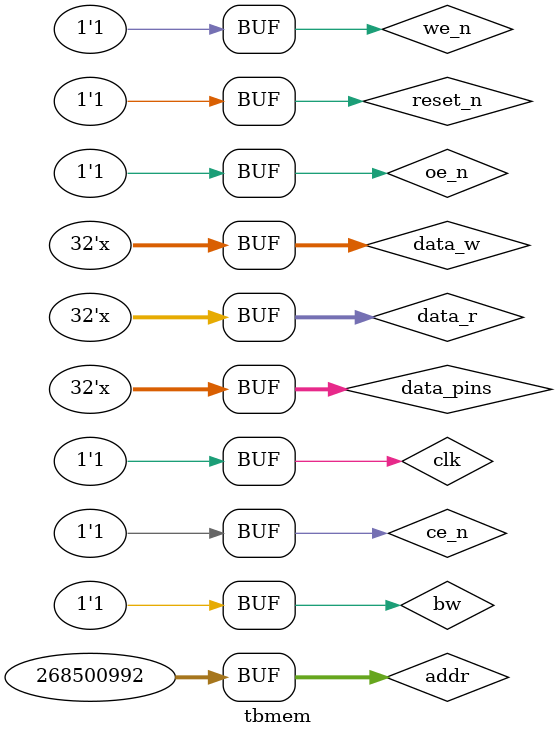
<source format=sv>
module tbmem;

logic clk;
logic reset_n;
wire logic [31:0]data_pins;
logic [31:0]data_w;
logic [31:0]data_r;
logic [31:0]addr;
logic ce_n;
logic we_n;
logic oe_n;
logic bw;

assign data_pins = data_w;
assign data_r = data_pins;

always begin
    #5.0 clk <= 0;
    #5.0 clk <= 1;
end

ram #(
 .BIN_FILE("/home/lucas.damo/Documents/org-arq/MIPS_MultiCiclo_Hold/apps/text.bin")
) ram (
    .clk (clk),
    .reset_n(reset_n),
    .addr(addr),
    .data(data_pins),
    .ce_n(ce_n),
    .we_n(we_n),
    .oe_n(oe_n),
    .bw  (bw  )
);

initial begin
    clk = 0;
    reset_n = 0;
    ce_n = 1;
    we_n = 1;
    oe_n = 1;
    bw = 1;
    addr = 32'h10010000;
    data_w = 'z;
    #10
    reset_n = 1;
    #20
    oe_n = 0;
    ce_n = 0;
    #10
    oe_n = 1;
    ce_n = 1;
    
    #20
    ce_n = 0;
    data_w = 32'h37373737;
    we_n = 0;
    #10
    ce_n = 1;
    we_n = 1;
    data_w = 'z;
    

end

endmodule
</source>
